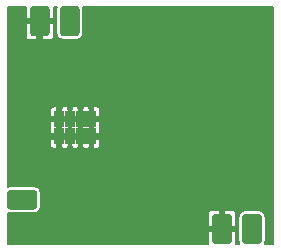
<source format=gbr>
%TF.GenerationSoftware,KiCad,Pcbnew,(5.1.7)-1*%
%TF.CreationDate,2020-12-08T16:49:31+09:00*%
%TF.ProjectId,FlightComputer-Booster,466c6967-6874-4436-9f6d-70757465722d,rev?*%
%TF.SameCoordinates,Original*%
%TF.FileFunction,Copper,L2,Bot*%
%TF.FilePolarity,Positive*%
%FSLAX46Y46*%
G04 Gerber Fmt 4.6, Leading zero omitted, Abs format (unit mm)*
G04 Created by KiCad (PCBNEW (5.1.7)-1) date 2020-12-08 16:49:31*
%MOMM*%
%LPD*%
G01*
G04 APERTURE LIST*
%TA.AperFunction,ComponentPad*%
%ADD10R,0.895000X1.470000*%
%TD*%
%TA.AperFunction,ViaPad*%
%ADD11C,0.500000*%
%TD*%
%TA.AperFunction,Conductor*%
%ADD12C,0.200000*%
%TD*%
%TA.AperFunction,Conductor*%
%ADD13C,0.100000*%
%TD*%
G04 APERTURE END LIST*
%TO.P,J3,1*%
%TO.N,Net-(J3-Pad1)*%
%TA.AperFunction,ComponentPad*%
G36*
G01*
X-34066000Y7872000D02*
X-34066000Y8892000D01*
G75*
G02*
X-33726000Y9232000I340000J0D01*
G01*
X-31806000Y9232000D01*
G75*
G02*
X-31466000Y8892000I0J-340000D01*
G01*
X-31466000Y7872000D01*
G75*
G02*
X-31806000Y7532000I-340000J0D01*
G01*
X-33726000Y7532000D01*
G75*
G02*
X-34066000Y7872000I0J340000D01*
G01*
G37*
%TD.AperFunction*%
%TD*%
%TO.P,J1,2*%
%TO.N,GND*%
%TA.AperFunction,ComponentPad*%
G36*
G01*
X-31775000Y24800000D02*
X-30755000Y24800000D01*
G75*
G02*
X-30415000Y24460000I0J-340000D01*
G01*
X-30415000Y22540000D01*
G75*
G02*
X-30755000Y22200000I-340000J0D01*
G01*
X-31775000Y22200000D01*
G75*
G02*
X-32115000Y22540000I0J340000D01*
G01*
X-32115000Y24460000D01*
G75*
G02*
X-31775000Y24800000I340000J0D01*
G01*
G37*
%TD.AperFunction*%
%TO.P,J1,1*%
%TO.N,VCC_BAT*%
%TA.AperFunction,ComponentPad*%
G36*
G01*
X-29235000Y24800000D02*
X-28215000Y24800000D01*
G75*
G02*
X-27875000Y24460000I0J-340000D01*
G01*
X-27875000Y22540000D01*
G75*
G02*
X-28215000Y22200000I-340000J0D01*
G01*
X-29235000Y22200000D01*
G75*
G02*
X-29575000Y22540000I0J340000D01*
G01*
X-29575000Y24460000D01*
G75*
G02*
X-29235000Y24800000I340000J0D01*
G01*
G37*
%TD.AperFunction*%
%TD*%
%TO.P,J2,2*%
%TO.N,GND*%
%TA.AperFunction,ComponentPad*%
G36*
G01*
X-16350000Y7200000D02*
X-15330000Y7200000D01*
G75*
G02*
X-14990000Y6860000I0J-340000D01*
G01*
X-14990000Y4940000D01*
G75*
G02*
X-15330000Y4600000I-340000J0D01*
G01*
X-16350000Y4600000D01*
G75*
G02*
X-16690000Y4940000I0J340000D01*
G01*
X-16690000Y6860000D01*
G75*
G02*
X-16350000Y7200000I340000J0D01*
G01*
G37*
%TD.AperFunction*%
%TO.P,J2,1*%
%TO.N,VCC_5V*%
%TA.AperFunction,ComponentPad*%
G36*
G01*
X-13810000Y7200000D02*
X-12790000Y7200000D01*
G75*
G02*
X-12450000Y6860000I0J-340000D01*
G01*
X-12450000Y4940000D01*
G75*
G02*
X-12790000Y4600000I-340000J0D01*
G01*
X-13810000Y4600000D01*
G75*
G02*
X-14150000Y4940000I0J340000D01*
G01*
X-14150000Y6860000D01*
G75*
G02*
X-13810000Y7200000I340000J0D01*
G01*
G37*
%TD.AperFunction*%
%TD*%
D10*
%TO.P,U1,17*%
%TO.N,GND*%
X-26917500Y15213000D03*
X-27812500Y15213000D03*
X-28707500Y15213000D03*
X-29602500Y15213000D03*
X-26917500Y13743000D03*
X-27812500Y13743000D03*
X-28707500Y13743000D03*
X-29602500Y13743000D03*
%TD*%
D11*
%TO.N,GND*%
X-29900000Y6700000D03*
X-29100000Y6700000D03*
X-28300000Y6700000D03*
X-27500000Y6700000D03*
X-26700000Y6700000D03*
X-25900000Y6700000D03*
X-27500000Y5900000D03*
X-29100000Y5900000D03*
X-25900000Y5900000D03*
X-29900000Y5900000D03*
X-26700000Y5900000D03*
X-28300000Y5900000D03*
X-29100000Y5100000D03*
X-26700000Y5100000D03*
X-27500000Y5100000D03*
X-28300000Y5100000D03*
X-29900000Y5100000D03*
X-25900000Y5100000D03*
X-32300000Y5900000D03*
X-33100000Y5100000D03*
X-30700000Y5900000D03*
X-32300000Y5100000D03*
X-31500000Y5900000D03*
X-33100000Y5900000D03*
X-31500000Y5100000D03*
X-30700000Y5100000D03*
X-32825000Y20425000D03*
X-33625000Y19625000D03*
X-32825000Y21225000D03*
X-33625000Y21225000D03*
X-32825000Y19625000D03*
X-33625000Y20425000D03*
X-32825000Y18850000D03*
X-33625000Y18850000D03*
X-31400000Y17250000D03*
X-30700000Y6700000D03*
X-32300000Y6700000D03*
X-33100000Y6700000D03*
X-31500000Y6700000D03*
X-32025000Y18850000D03*
X-32025000Y20425000D03*
X-32025000Y21225000D03*
X-32025000Y19625000D03*
%TD*%
D12*
%TO.N,GND*%
X-32455000Y23785000D02*
X-32370000Y23700000D01*
X-31465000Y23700000D01*
X-31465000Y23720000D01*
X-31065000Y23720000D01*
X-31065000Y23700000D01*
X-30160000Y23700000D01*
X-30075000Y23785000D01*
X-30073558Y24675000D01*
X-29836867Y24675000D01*
X-29864126Y24585141D01*
X-29876451Y24460000D01*
X-29876451Y22540000D01*
X-29864126Y22414859D01*
X-29827623Y22294527D01*
X-29768347Y22183629D01*
X-29688574Y22086426D01*
X-29591371Y22006653D01*
X-29480473Y21947377D01*
X-29360141Y21910874D01*
X-29235000Y21898549D01*
X-28215000Y21898549D01*
X-28089859Y21910874D01*
X-27969527Y21947377D01*
X-27858629Y22006653D01*
X-27761426Y22086426D01*
X-27681653Y22183629D01*
X-27622377Y22294527D01*
X-27585874Y22414859D01*
X-27573549Y22540000D01*
X-27573549Y24460000D01*
X-27585874Y24585141D01*
X-27613133Y24675000D01*
X-11525000Y24675000D01*
X-11524999Y4643000D01*
X-12224919Y4643000D01*
X-12197377Y4694527D01*
X-12160874Y4814859D01*
X-12148549Y4940000D01*
X-12148549Y6860000D01*
X-12160874Y6985141D01*
X-12197377Y7105473D01*
X-12256653Y7216371D01*
X-12336426Y7313574D01*
X-12433629Y7393347D01*
X-12544527Y7452623D01*
X-12664859Y7489126D01*
X-12790000Y7501451D01*
X-13810000Y7501451D01*
X-13935141Y7489126D01*
X-14055473Y7452623D01*
X-14166371Y7393347D01*
X-14263574Y7313574D01*
X-14343347Y7216371D01*
X-14402623Y7105473D01*
X-14439126Y6985141D01*
X-14451451Y6860000D01*
X-14451451Y4940000D01*
X-14439126Y4814859D01*
X-14402623Y4694527D01*
X-14375081Y4643000D01*
X-14648425Y4643000D01*
X-14650000Y5615000D01*
X-14735000Y5700000D01*
X-15640000Y5700000D01*
X-15640000Y5680000D01*
X-16040000Y5680000D01*
X-16040000Y5700000D01*
X-16945000Y5700000D01*
X-17030000Y5615000D01*
X-17031575Y4643000D01*
X-33965000Y4643000D01*
X-33965000Y7200000D01*
X-17031645Y7200000D01*
X-17030000Y6185000D01*
X-16945000Y6100000D01*
X-16040000Y6100000D01*
X-16040000Y7455000D01*
X-15640000Y7455000D01*
X-15640000Y6100000D01*
X-14735000Y6100000D01*
X-14650000Y6185000D01*
X-14648355Y7200000D01*
X-14654920Y7266652D01*
X-14674361Y7330742D01*
X-14705933Y7389808D01*
X-14748421Y7441579D01*
X-14800192Y7484067D01*
X-14859258Y7515639D01*
X-14923348Y7535080D01*
X-14990000Y7541645D01*
X-15555000Y7540000D01*
X-15640000Y7455000D01*
X-16040000Y7455000D01*
X-16125000Y7540000D01*
X-16690000Y7541645D01*
X-16756652Y7535080D01*
X-16820742Y7515639D01*
X-16879808Y7484067D01*
X-16931579Y7441579D01*
X-16974067Y7389808D01*
X-17005639Y7330742D01*
X-17025080Y7266652D01*
X-17031645Y7200000D01*
X-33965000Y7200000D01*
X-33965000Y7277413D01*
X-33851141Y7242874D01*
X-33726000Y7230549D01*
X-31806000Y7230549D01*
X-31680859Y7242874D01*
X-31560527Y7279377D01*
X-31449629Y7338653D01*
X-31352426Y7418426D01*
X-31272653Y7515629D01*
X-31213377Y7626527D01*
X-31176874Y7746859D01*
X-31164549Y7872000D01*
X-31164549Y8892000D01*
X-31176874Y9017141D01*
X-31213377Y9137473D01*
X-31272653Y9248371D01*
X-31352426Y9345574D01*
X-31449629Y9425347D01*
X-31560527Y9484623D01*
X-31680859Y9521126D01*
X-31806000Y9533451D01*
X-33726000Y9533451D01*
X-33851141Y9521126D01*
X-33965000Y9486587D01*
X-33965000Y13008000D01*
X-30391645Y13008000D01*
X-30385080Y12941348D01*
X-30365639Y12877258D01*
X-30334067Y12818192D01*
X-30291579Y12766421D01*
X-30239808Y12723933D01*
X-30180742Y12692361D01*
X-30116652Y12672920D01*
X-30050000Y12666355D01*
X-29887500Y12668000D01*
X-29802500Y12753000D01*
X-29802500Y13008000D01*
X-29496645Y13008000D01*
X-29490080Y12941348D01*
X-29470639Y12877258D01*
X-29439067Y12818192D01*
X-29402500Y12773636D01*
X-29402500Y12753000D01*
X-29317500Y12668000D01*
X-29155000Y12666355D01*
X-28992500Y12668000D01*
X-28907500Y12753000D01*
X-28907500Y12773636D01*
X-28870933Y12818192D01*
X-28839361Y12877258D01*
X-28819920Y12941348D01*
X-28813355Y13008000D01*
X-28601645Y13008000D01*
X-28595080Y12941348D01*
X-28575639Y12877258D01*
X-28544067Y12818192D01*
X-28507500Y12773636D01*
X-28507500Y12753000D01*
X-28422500Y12668000D01*
X-28260000Y12666355D01*
X-28097500Y12668000D01*
X-28012500Y12753000D01*
X-28012500Y12773636D01*
X-27975933Y12818192D01*
X-27944361Y12877258D01*
X-27924920Y12941348D01*
X-27918355Y13008000D01*
X-27706645Y13008000D01*
X-27700080Y12941348D01*
X-27680639Y12877258D01*
X-27649067Y12818192D01*
X-27612500Y12773636D01*
X-27612500Y12753000D01*
X-27527500Y12668000D01*
X-27365000Y12666355D01*
X-27202500Y12668000D01*
X-27117500Y12753000D01*
X-27117500Y12773636D01*
X-27080933Y12818192D01*
X-27049361Y12877258D01*
X-27029920Y12941348D01*
X-27023355Y13008000D01*
X-27025000Y13458000D01*
X-27110000Y13543000D01*
X-26717500Y13543000D01*
X-26717500Y12753000D01*
X-26632500Y12668000D01*
X-26470000Y12666355D01*
X-26403348Y12672920D01*
X-26339258Y12692361D01*
X-26280192Y12723933D01*
X-26228421Y12766421D01*
X-26185933Y12818192D01*
X-26154361Y12877258D01*
X-26134920Y12941348D01*
X-26128355Y13008000D01*
X-26130000Y13458000D01*
X-26215000Y13543000D01*
X-26717500Y13543000D01*
X-27110000Y13543000D01*
X-27620000Y13543000D01*
X-27705000Y13458000D01*
X-27706645Y13008000D01*
X-27918355Y13008000D01*
X-27920000Y13458000D01*
X-28005000Y13543000D01*
X-28515000Y13543000D01*
X-28600000Y13458000D01*
X-28601645Y13008000D01*
X-28813355Y13008000D01*
X-28815000Y13458000D01*
X-28900000Y13543000D01*
X-29410000Y13543000D01*
X-29495000Y13458000D01*
X-29496645Y13008000D01*
X-29802500Y13008000D01*
X-29802500Y13543000D01*
X-30305000Y13543000D01*
X-30390000Y13458000D01*
X-30391645Y13008000D01*
X-33965000Y13008000D01*
X-33965000Y14478000D01*
X-30391645Y14478000D01*
X-30390000Y14028000D01*
X-30305000Y13943000D01*
X-29802500Y13943000D01*
X-29802500Y14478000D01*
X-29496645Y14478000D01*
X-29495000Y14028000D01*
X-29410000Y13943000D01*
X-28900000Y13943000D01*
X-28815000Y14028000D01*
X-28813355Y14478000D01*
X-28601645Y14478000D01*
X-28600000Y14028000D01*
X-28515000Y13943000D01*
X-28005000Y13943000D01*
X-27920000Y14028000D01*
X-27918355Y14478000D01*
X-27706645Y14478000D01*
X-27705000Y14028000D01*
X-27620000Y13943000D01*
X-27110000Y13943000D01*
X-27025000Y14028000D01*
X-27023355Y14478000D01*
X-27025000Y14928000D01*
X-27110000Y15013000D01*
X-26717500Y15013000D01*
X-26717500Y13943000D01*
X-26215000Y13943000D01*
X-26130000Y14028000D01*
X-26128355Y14478000D01*
X-26130000Y14928000D01*
X-26215000Y15013000D01*
X-26717500Y15013000D01*
X-27110000Y15013000D01*
X-27620000Y15013000D01*
X-27705000Y14928000D01*
X-27706645Y14478000D01*
X-27918355Y14478000D01*
X-27920000Y14928000D01*
X-28005000Y15013000D01*
X-28515000Y15013000D01*
X-28600000Y14928000D01*
X-28601645Y14478000D01*
X-28813355Y14478000D01*
X-28815000Y14928000D01*
X-28900000Y15013000D01*
X-29410000Y15013000D01*
X-29495000Y14928000D01*
X-29496645Y14478000D01*
X-29802500Y14478000D01*
X-29802500Y15013000D01*
X-30305000Y15013000D01*
X-30390000Y14928000D01*
X-30391645Y14478000D01*
X-33965000Y14478000D01*
X-33965000Y15948000D01*
X-30391645Y15948000D01*
X-30390000Y15498000D01*
X-30305000Y15413000D01*
X-29802500Y15413000D01*
X-29802500Y15948000D01*
X-29496645Y15948000D01*
X-29495000Y15498000D01*
X-29410000Y15413000D01*
X-28900000Y15413000D01*
X-28815000Y15498000D01*
X-28813355Y15948000D01*
X-28601645Y15948000D01*
X-28600000Y15498000D01*
X-28515000Y15413000D01*
X-28005000Y15413000D01*
X-27920000Y15498000D01*
X-27918355Y15948000D01*
X-27706645Y15948000D01*
X-27705000Y15498000D01*
X-27620000Y15413000D01*
X-27110000Y15413000D01*
X-27025000Y15498000D01*
X-27023355Y15948000D01*
X-27029920Y16014652D01*
X-27049361Y16078742D01*
X-27080933Y16137808D01*
X-27117500Y16182364D01*
X-27117500Y16203000D01*
X-26717500Y16203000D01*
X-26717500Y15413000D01*
X-26215000Y15413000D01*
X-26130000Y15498000D01*
X-26128355Y15948000D01*
X-26134920Y16014652D01*
X-26154361Y16078742D01*
X-26185933Y16137808D01*
X-26228421Y16189579D01*
X-26280192Y16232067D01*
X-26339258Y16263639D01*
X-26403348Y16283080D01*
X-26470000Y16289645D01*
X-26632500Y16288000D01*
X-26717500Y16203000D01*
X-27117500Y16203000D01*
X-27202500Y16288000D01*
X-27365000Y16289645D01*
X-27527500Y16288000D01*
X-27612500Y16203000D01*
X-27612500Y16182364D01*
X-27649067Y16137808D01*
X-27680639Y16078742D01*
X-27700080Y16014652D01*
X-27706645Y15948000D01*
X-27918355Y15948000D01*
X-27924920Y16014652D01*
X-27944361Y16078742D01*
X-27975933Y16137808D01*
X-28012500Y16182364D01*
X-28012500Y16203000D01*
X-28097500Y16288000D01*
X-28260000Y16289645D01*
X-28422500Y16288000D01*
X-28507500Y16203000D01*
X-28507500Y16182364D01*
X-28544067Y16137808D01*
X-28575639Y16078742D01*
X-28595080Y16014652D01*
X-28601645Y15948000D01*
X-28813355Y15948000D01*
X-28819920Y16014652D01*
X-28839361Y16078742D01*
X-28870933Y16137808D01*
X-28907500Y16182364D01*
X-28907500Y16203000D01*
X-28992500Y16288000D01*
X-29155000Y16289645D01*
X-29317500Y16288000D01*
X-29402500Y16203000D01*
X-29402500Y16182364D01*
X-29439067Y16137808D01*
X-29470639Y16078742D01*
X-29490080Y16014652D01*
X-29496645Y15948000D01*
X-29802500Y15948000D01*
X-29802500Y16203000D01*
X-29887500Y16288000D01*
X-30050000Y16289645D01*
X-30116652Y16283080D01*
X-30180742Y16263639D01*
X-30239808Y16232067D01*
X-30291579Y16189579D01*
X-30334067Y16137808D01*
X-30365639Y16078742D01*
X-30385080Y16014652D01*
X-30391645Y15948000D01*
X-33965000Y15948000D01*
X-33965000Y22200000D01*
X-32456645Y22200000D01*
X-32450080Y22133348D01*
X-32430639Y22069258D01*
X-32399067Y22010192D01*
X-32356579Y21958421D01*
X-32304808Y21915933D01*
X-32245742Y21884361D01*
X-32181652Y21864920D01*
X-32115000Y21858355D01*
X-31550000Y21860000D01*
X-31465000Y21945000D01*
X-31465000Y23300000D01*
X-31065000Y23300000D01*
X-31065000Y21945000D01*
X-30980000Y21860000D01*
X-30415000Y21858355D01*
X-30348348Y21864920D01*
X-30284258Y21884361D01*
X-30225192Y21915933D01*
X-30173421Y21958421D01*
X-30130933Y22010192D01*
X-30099361Y22069258D01*
X-30079920Y22133348D01*
X-30073355Y22200000D01*
X-30075000Y23215000D01*
X-30160000Y23300000D01*
X-31065000Y23300000D01*
X-31465000Y23300000D01*
X-32370000Y23300000D01*
X-32455000Y23215000D01*
X-32456645Y22200000D01*
X-33965000Y22200000D01*
X-33965000Y24675000D01*
X-32456442Y24675000D01*
X-32455000Y23785000D01*
%TA.AperFunction,Conductor*%
D13*
G36*
X-32455000Y23785000D02*
G01*
X-32370000Y23700000D01*
X-31465000Y23700000D01*
X-31465000Y23720000D01*
X-31065000Y23720000D01*
X-31065000Y23700000D01*
X-30160000Y23700000D01*
X-30075000Y23785000D01*
X-30073558Y24675000D01*
X-29836867Y24675000D01*
X-29864126Y24585141D01*
X-29876451Y24460000D01*
X-29876451Y22540000D01*
X-29864126Y22414859D01*
X-29827623Y22294527D01*
X-29768347Y22183629D01*
X-29688574Y22086426D01*
X-29591371Y22006653D01*
X-29480473Y21947377D01*
X-29360141Y21910874D01*
X-29235000Y21898549D01*
X-28215000Y21898549D01*
X-28089859Y21910874D01*
X-27969527Y21947377D01*
X-27858629Y22006653D01*
X-27761426Y22086426D01*
X-27681653Y22183629D01*
X-27622377Y22294527D01*
X-27585874Y22414859D01*
X-27573549Y22540000D01*
X-27573549Y24460000D01*
X-27585874Y24585141D01*
X-27613133Y24675000D01*
X-11525000Y24675000D01*
X-11524999Y4643000D01*
X-12224919Y4643000D01*
X-12197377Y4694527D01*
X-12160874Y4814859D01*
X-12148549Y4940000D01*
X-12148549Y6860000D01*
X-12160874Y6985141D01*
X-12197377Y7105473D01*
X-12256653Y7216371D01*
X-12336426Y7313574D01*
X-12433629Y7393347D01*
X-12544527Y7452623D01*
X-12664859Y7489126D01*
X-12790000Y7501451D01*
X-13810000Y7501451D01*
X-13935141Y7489126D01*
X-14055473Y7452623D01*
X-14166371Y7393347D01*
X-14263574Y7313574D01*
X-14343347Y7216371D01*
X-14402623Y7105473D01*
X-14439126Y6985141D01*
X-14451451Y6860000D01*
X-14451451Y4940000D01*
X-14439126Y4814859D01*
X-14402623Y4694527D01*
X-14375081Y4643000D01*
X-14648425Y4643000D01*
X-14650000Y5615000D01*
X-14735000Y5700000D01*
X-15640000Y5700000D01*
X-15640000Y5680000D01*
X-16040000Y5680000D01*
X-16040000Y5700000D01*
X-16945000Y5700000D01*
X-17030000Y5615000D01*
X-17031575Y4643000D01*
X-33965000Y4643000D01*
X-33965000Y7200000D01*
X-17031645Y7200000D01*
X-17030000Y6185000D01*
X-16945000Y6100000D01*
X-16040000Y6100000D01*
X-16040000Y7455000D01*
X-15640000Y7455000D01*
X-15640000Y6100000D01*
X-14735000Y6100000D01*
X-14650000Y6185000D01*
X-14648355Y7200000D01*
X-14654920Y7266652D01*
X-14674361Y7330742D01*
X-14705933Y7389808D01*
X-14748421Y7441579D01*
X-14800192Y7484067D01*
X-14859258Y7515639D01*
X-14923348Y7535080D01*
X-14990000Y7541645D01*
X-15555000Y7540000D01*
X-15640000Y7455000D01*
X-16040000Y7455000D01*
X-16125000Y7540000D01*
X-16690000Y7541645D01*
X-16756652Y7535080D01*
X-16820742Y7515639D01*
X-16879808Y7484067D01*
X-16931579Y7441579D01*
X-16974067Y7389808D01*
X-17005639Y7330742D01*
X-17025080Y7266652D01*
X-17031645Y7200000D01*
X-33965000Y7200000D01*
X-33965000Y7277413D01*
X-33851141Y7242874D01*
X-33726000Y7230549D01*
X-31806000Y7230549D01*
X-31680859Y7242874D01*
X-31560527Y7279377D01*
X-31449629Y7338653D01*
X-31352426Y7418426D01*
X-31272653Y7515629D01*
X-31213377Y7626527D01*
X-31176874Y7746859D01*
X-31164549Y7872000D01*
X-31164549Y8892000D01*
X-31176874Y9017141D01*
X-31213377Y9137473D01*
X-31272653Y9248371D01*
X-31352426Y9345574D01*
X-31449629Y9425347D01*
X-31560527Y9484623D01*
X-31680859Y9521126D01*
X-31806000Y9533451D01*
X-33726000Y9533451D01*
X-33851141Y9521126D01*
X-33965000Y9486587D01*
X-33965000Y13008000D01*
X-30391645Y13008000D01*
X-30385080Y12941348D01*
X-30365639Y12877258D01*
X-30334067Y12818192D01*
X-30291579Y12766421D01*
X-30239808Y12723933D01*
X-30180742Y12692361D01*
X-30116652Y12672920D01*
X-30050000Y12666355D01*
X-29887500Y12668000D01*
X-29802500Y12753000D01*
X-29802500Y13008000D01*
X-29496645Y13008000D01*
X-29490080Y12941348D01*
X-29470639Y12877258D01*
X-29439067Y12818192D01*
X-29402500Y12773636D01*
X-29402500Y12753000D01*
X-29317500Y12668000D01*
X-29155000Y12666355D01*
X-28992500Y12668000D01*
X-28907500Y12753000D01*
X-28907500Y12773636D01*
X-28870933Y12818192D01*
X-28839361Y12877258D01*
X-28819920Y12941348D01*
X-28813355Y13008000D01*
X-28601645Y13008000D01*
X-28595080Y12941348D01*
X-28575639Y12877258D01*
X-28544067Y12818192D01*
X-28507500Y12773636D01*
X-28507500Y12753000D01*
X-28422500Y12668000D01*
X-28260000Y12666355D01*
X-28097500Y12668000D01*
X-28012500Y12753000D01*
X-28012500Y12773636D01*
X-27975933Y12818192D01*
X-27944361Y12877258D01*
X-27924920Y12941348D01*
X-27918355Y13008000D01*
X-27706645Y13008000D01*
X-27700080Y12941348D01*
X-27680639Y12877258D01*
X-27649067Y12818192D01*
X-27612500Y12773636D01*
X-27612500Y12753000D01*
X-27527500Y12668000D01*
X-27365000Y12666355D01*
X-27202500Y12668000D01*
X-27117500Y12753000D01*
X-27117500Y12773636D01*
X-27080933Y12818192D01*
X-27049361Y12877258D01*
X-27029920Y12941348D01*
X-27023355Y13008000D01*
X-27025000Y13458000D01*
X-27110000Y13543000D01*
X-26717500Y13543000D01*
X-26717500Y12753000D01*
X-26632500Y12668000D01*
X-26470000Y12666355D01*
X-26403348Y12672920D01*
X-26339258Y12692361D01*
X-26280192Y12723933D01*
X-26228421Y12766421D01*
X-26185933Y12818192D01*
X-26154361Y12877258D01*
X-26134920Y12941348D01*
X-26128355Y13008000D01*
X-26130000Y13458000D01*
X-26215000Y13543000D01*
X-26717500Y13543000D01*
X-27110000Y13543000D01*
X-27620000Y13543000D01*
X-27705000Y13458000D01*
X-27706645Y13008000D01*
X-27918355Y13008000D01*
X-27920000Y13458000D01*
X-28005000Y13543000D01*
X-28515000Y13543000D01*
X-28600000Y13458000D01*
X-28601645Y13008000D01*
X-28813355Y13008000D01*
X-28815000Y13458000D01*
X-28900000Y13543000D01*
X-29410000Y13543000D01*
X-29495000Y13458000D01*
X-29496645Y13008000D01*
X-29802500Y13008000D01*
X-29802500Y13543000D01*
X-30305000Y13543000D01*
X-30390000Y13458000D01*
X-30391645Y13008000D01*
X-33965000Y13008000D01*
X-33965000Y14478000D01*
X-30391645Y14478000D01*
X-30390000Y14028000D01*
X-30305000Y13943000D01*
X-29802500Y13943000D01*
X-29802500Y14478000D01*
X-29496645Y14478000D01*
X-29495000Y14028000D01*
X-29410000Y13943000D01*
X-28900000Y13943000D01*
X-28815000Y14028000D01*
X-28813355Y14478000D01*
X-28601645Y14478000D01*
X-28600000Y14028000D01*
X-28515000Y13943000D01*
X-28005000Y13943000D01*
X-27920000Y14028000D01*
X-27918355Y14478000D01*
X-27706645Y14478000D01*
X-27705000Y14028000D01*
X-27620000Y13943000D01*
X-27110000Y13943000D01*
X-27025000Y14028000D01*
X-27023355Y14478000D01*
X-27025000Y14928000D01*
X-27110000Y15013000D01*
X-26717500Y15013000D01*
X-26717500Y13943000D01*
X-26215000Y13943000D01*
X-26130000Y14028000D01*
X-26128355Y14478000D01*
X-26130000Y14928000D01*
X-26215000Y15013000D01*
X-26717500Y15013000D01*
X-27110000Y15013000D01*
X-27620000Y15013000D01*
X-27705000Y14928000D01*
X-27706645Y14478000D01*
X-27918355Y14478000D01*
X-27920000Y14928000D01*
X-28005000Y15013000D01*
X-28515000Y15013000D01*
X-28600000Y14928000D01*
X-28601645Y14478000D01*
X-28813355Y14478000D01*
X-28815000Y14928000D01*
X-28900000Y15013000D01*
X-29410000Y15013000D01*
X-29495000Y14928000D01*
X-29496645Y14478000D01*
X-29802500Y14478000D01*
X-29802500Y15013000D01*
X-30305000Y15013000D01*
X-30390000Y14928000D01*
X-30391645Y14478000D01*
X-33965000Y14478000D01*
X-33965000Y15948000D01*
X-30391645Y15948000D01*
X-30390000Y15498000D01*
X-30305000Y15413000D01*
X-29802500Y15413000D01*
X-29802500Y15948000D01*
X-29496645Y15948000D01*
X-29495000Y15498000D01*
X-29410000Y15413000D01*
X-28900000Y15413000D01*
X-28815000Y15498000D01*
X-28813355Y15948000D01*
X-28601645Y15948000D01*
X-28600000Y15498000D01*
X-28515000Y15413000D01*
X-28005000Y15413000D01*
X-27920000Y15498000D01*
X-27918355Y15948000D01*
X-27706645Y15948000D01*
X-27705000Y15498000D01*
X-27620000Y15413000D01*
X-27110000Y15413000D01*
X-27025000Y15498000D01*
X-27023355Y15948000D01*
X-27029920Y16014652D01*
X-27049361Y16078742D01*
X-27080933Y16137808D01*
X-27117500Y16182364D01*
X-27117500Y16203000D01*
X-26717500Y16203000D01*
X-26717500Y15413000D01*
X-26215000Y15413000D01*
X-26130000Y15498000D01*
X-26128355Y15948000D01*
X-26134920Y16014652D01*
X-26154361Y16078742D01*
X-26185933Y16137808D01*
X-26228421Y16189579D01*
X-26280192Y16232067D01*
X-26339258Y16263639D01*
X-26403348Y16283080D01*
X-26470000Y16289645D01*
X-26632500Y16288000D01*
X-26717500Y16203000D01*
X-27117500Y16203000D01*
X-27202500Y16288000D01*
X-27365000Y16289645D01*
X-27527500Y16288000D01*
X-27612500Y16203000D01*
X-27612500Y16182364D01*
X-27649067Y16137808D01*
X-27680639Y16078742D01*
X-27700080Y16014652D01*
X-27706645Y15948000D01*
X-27918355Y15948000D01*
X-27924920Y16014652D01*
X-27944361Y16078742D01*
X-27975933Y16137808D01*
X-28012500Y16182364D01*
X-28012500Y16203000D01*
X-28097500Y16288000D01*
X-28260000Y16289645D01*
X-28422500Y16288000D01*
X-28507500Y16203000D01*
X-28507500Y16182364D01*
X-28544067Y16137808D01*
X-28575639Y16078742D01*
X-28595080Y16014652D01*
X-28601645Y15948000D01*
X-28813355Y15948000D01*
X-28819920Y16014652D01*
X-28839361Y16078742D01*
X-28870933Y16137808D01*
X-28907500Y16182364D01*
X-28907500Y16203000D01*
X-28992500Y16288000D01*
X-29155000Y16289645D01*
X-29317500Y16288000D01*
X-29402500Y16203000D01*
X-29402500Y16182364D01*
X-29439067Y16137808D01*
X-29470639Y16078742D01*
X-29490080Y16014652D01*
X-29496645Y15948000D01*
X-29802500Y15948000D01*
X-29802500Y16203000D01*
X-29887500Y16288000D01*
X-30050000Y16289645D01*
X-30116652Y16283080D01*
X-30180742Y16263639D01*
X-30239808Y16232067D01*
X-30291579Y16189579D01*
X-30334067Y16137808D01*
X-30365639Y16078742D01*
X-30385080Y16014652D01*
X-30391645Y15948000D01*
X-33965000Y15948000D01*
X-33965000Y22200000D01*
X-32456645Y22200000D01*
X-32450080Y22133348D01*
X-32430639Y22069258D01*
X-32399067Y22010192D01*
X-32356579Y21958421D01*
X-32304808Y21915933D01*
X-32245742Y21884361D01*
X-32181652Y21864920D01*
X-32115000Y21858355D01*
X-31550000Y21860000D01*
X-31465000Y21945000D01*
X-31465000Y23300000D01*
X-31065000Y23300000D01*
X-31065000Y21945000D01*
X-30980000Y21860000D01*
X-30415000Y21858355D01*
X-30348348Y21864920D01*
X-30284258Y21884361D01*
X-30225192Y21915933D01*
X-30173421Y21958421D01*
X-30130933Y22010192D01*
X-30099361Y22069258D01*
X-30079920Y22133348D01*
X-30073355Y22200000D01*
X-30075000Y23215000D01*
X-30160000Y23300000D01*
X-31065000Y23300000D01*
X-31465000Y23300000D01*
X-32370000Y23300000D01*
X-32455000Y23215000D01*
X-32456645Y22200000D01*
X-33965000Y22200000D01*
X-33965000Y24675000D01*
X-32456442Y24675000D01*
X-32455000Y23785000D01*
G37*
%TD.AperFunction*%
%TD*%
M02*

</source>
